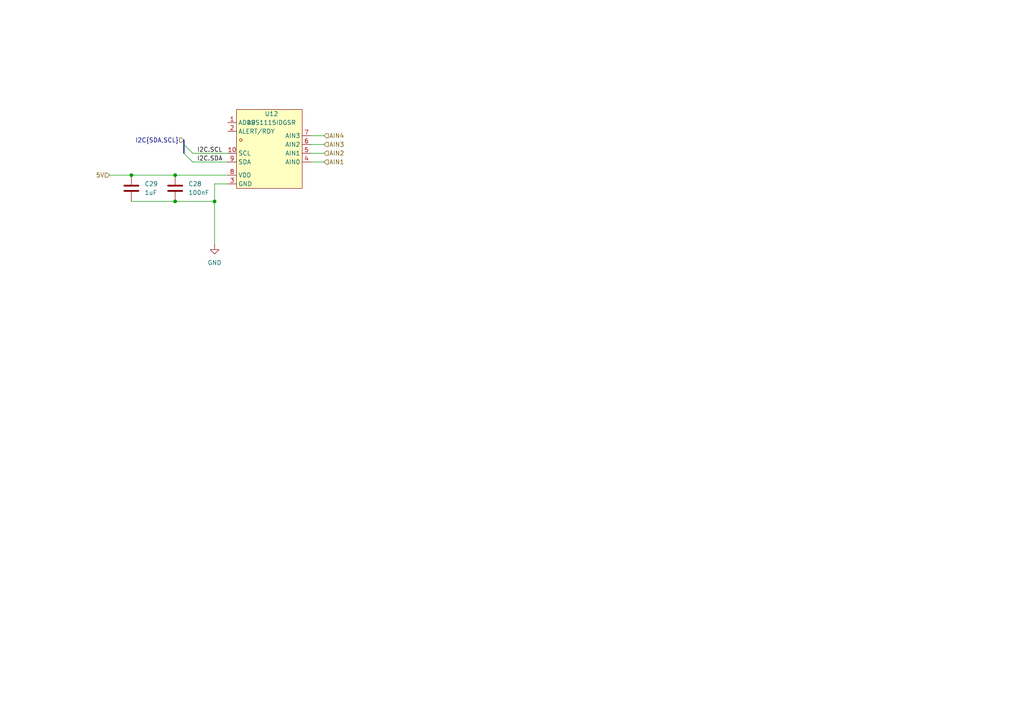
<source format=kicad_sch>
(kicad_sch (version 20250114) (generator "eeschema") (generator_version "9.0")
  (paper "A4")
  (lib_symbols
    (symbol "Device:C" (pin_numbers (hide yes)) (pin_names (offset 0.254))
      (property "Reference" "C" (at 0.635 2.54 0))
      (property "Value" "C" (at 0.635 -2.54 0))
      (symbol "C_0_1"
        (polyline (pts (xy -2.032 0.762) (xy 2.032 0.762)) (stroke (width 0.508)))
        (polyline (pts (xy -2.032 -0.762) (xy 2.032 -0.762)) (stroke (width 0.508)))
      )
      (symbol "C_1_1"
        (pin passive line (at 0 3.81 270) (length 2.794) (name "~") (number "1"))
        (pin passive line (at 0 -3.81 90) (length 2.794) (name "~") (number "2"))
      )
    )
    (symbol "easyeda2kicad:ADS1115IDGSR"
      (property "Reference" "U" (at -1.778 15.24 0))
      (property "Value" "ADS1115IDGSR" (at 0 -10.16 0))
      (symbol "ADS1115IDGSR_0_1"
        (rectangle (start -10.16 13.97) (end 8.89 -8.89) (fill (type background)))
        (circle (center -8.89 5.08) (radius 0.38))
        (pin unspecified line (at -12.7 10.16 0) (length 2.54) (name "ADDR") (number "1"))
        (pin unspecified line (at -12.7 7.62 0) (length 2.54) (name "ALERT/RDY") (number "2"))
        (pin unspecified line (at -12.7 1.27 0) (length 2.54) (name "SCL") (number "10"))
        (pin unspecified line (at -12.7 -1.27 0) (length 2.54) (name "SDA") (number "9"))
        (pin unspecified line (at -12.7 -5.08 0) (length 2.54) (name "VDD") (number "8"))
        (pin unspecified line (at -12.7 -7.62 0) (length 2.54) (name "GND") (number "3"))
        (pin unspecified line (at 11.43 6.35 180) (length 2.54) (name "AIN3") (number "7"))
        (pin unspecified line (at 11.43 3.81 180) (length 2.54) (name "AIN2") (number "6"))
        (pin unspecified line (at 11.43 1.27 180) (length 2.54) (name "AIN1") (number "5"))
        (pin unspecified line (at 11.43 -1.27 180) (length 2.54) (name "AIN0") (number "4"))
      )
    )
    (symbol "power:GND" (power) (pin_numbers (hide yes)) (pin_names (offset 0) (hide yes))
      (property "Value" "GND" (at 0 -3.81 0))
      (symbol "GND_0_1"
        (polyline (pts (xy 0 0) (xy 0 -1.27) (xy 1.27 -1.27) (xy 0 -2.54) (xy -1.27 -1.27) (xy 0 -1.27)))
      )
      (symbol "GND_1_1"
        (pin power_in line (at 0 0 270) (length 0) (name "~") (number "1"))
      )
    )
  )
  (junction (at 62.23 58.42))
  (junction (at 50.8 58.42))
  (junction (at 38.1 50.8))
  (junction (at 50.8 50.8))
  (bus_entry (at 53.34 44.45) (size 2.54 2.54))
  (bus_entry (at 53.34 41.91) (size 2.54 2.54))
  (wire (pts (xy 55.88 44.45) (xy 66.04 44.45)))
  (wire (pts (xy 38.1 50.8) (xy 50.8 50.8)))
  (bus (pts (xy 53.34 40.64) (xy 53.34 41.91)))
  (wire (pts (xy 66.04 53.34) (xy 62.23 53.34)))
  (wire (pts (xy 62.23 58.42) (xy 62.23 71.12)))
  (wire (pts (xy 38.1 58.42) (xy 50.8 58.42)))
  (bus (pts (xy 53.34 41.91) (xy 53.34 44.45)))
  (wire (pts (xy 62.23 53.34) (xy 62.23 58.42)))
  (wire (pts (xy 90.17 39.37) (xy 93.98 39.37)))
  (wire (pts (xy 31.75 50.8) (xy 38.1 50.8)))
  (wire (pts (xy 50.8 58.42) (xy 62.23 58.42)))
  (wire (pts (xy 50.8 50.8) (xy 66.04 50.8)))
  (wire (pts (xy 90.17 44.45) (xy 93.98 44.45)))
  (wire (pts (xy 90.17 46.99) (xy 93.98 46.99)))
  (wire (pts (xy 55.88 46.99) (xy 66.04 46.99)))
  (wire (pts (xy 90.17 41.91) (xy 93.98 41.91)))
  (label "I2C.SDA" (at 57.15 46.99 0))
  (label "I2C.SCL" (at 57.15 44.45 0))
  (hierarchical_label "AIN4" (shape input) (at 93.98 39.37 0))
  (hierarchical_label "5V" (shape input) (at 31.75 50.8 180))
  (hierarchical_label "AIN2" (shape input) (at 93.98 44.45 0))
  (hierarchical_label "AIN3" (shape input) (at 93.98 41.91 0))
  (hierarchical_label "AIN1" (shape input) (at 93.98 46.99 0))
  (hierarchical_label "I2C{SDA,SCL}" (shape input) (at 53.34 40.64 180))
  (symbol (lib_id "Device:C") (at 38.1 54.61 0) (unit 1)
    (property "Reference" "C29" (at 41.91 53.3399 0) (effects (justify left)))
    (property "Value" "1uF" (at 41.91 55.8799 0) (effects (justify left)))
    (property "Footprint" "Capacitor_SMD:C_0603_1608Metric" (effects (hide yes)))
    (property "Description" "Unpolarized capacitor" (effects (hide yes)))
  )
  (symbol (lib_id "easyeda2kicad:ADS1115IDGSR") (at 78.74 45.72 0) (unit 1)
    (property "Reference" "U12" (at 78.74 33.02 0))
    (property "Value" "ADS1115IDGSR" (at 78.74 35.56 0))
    (property "Footprint" "easyeda2kicad:MSOP-10_L3.0-W3.0-P0.50-LS5.0-BL" (effects (hide yes)))
    (property "Datasheet" "https://lcsc.com/product-detail/Analog-To-Digital-Converters-ADCs_TI_ADS1115IDGSR_ADS1115IDGSR_C37593.html" (effects (hide yes)))
    (property "LCSC Part" "C37593" (effects (hide yes)))
  )
  (symbol (lib_id "power:GND") (at 62.23 71.12 0) (unit 1)
    (property "Reference" "#PWR010" (effects (hide yes)))
    (property "Value" "GND" (at 62.23 76.2 0))
    (property "Description" "Power symbol creates a global label with name \"GND\" , ground" (effects (hide yes)))
  )
  (symbol (lib_id "Device:C") (at 50.8 54.61 0) (unit 1)
    (property "Reference" "C28" (at 54.61 53.3399 0) (effects (justify left)))
    (property "Value" "100nF" (at 54.61 55.8799 0) (effects (justify left)))
    (property "Footprint" "Capacitor_SMD:C_0603_1608Metric" (effects (hide yes)))
    (property "Description" "Unpolarized capacitor" (effects (hide yes)))
  )
)
</source>
